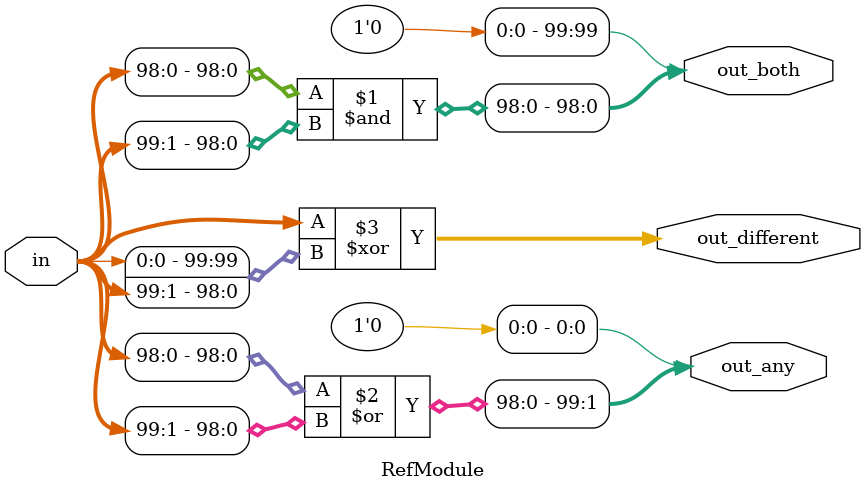
<source format=v>
module RefModule (
  input  [99:0] in,
  output [99:0] out_both,
  output [99:0] out_any,
  output [99:0] out_different
);

  assign out_both = { 1'b0, (in[98:0] & in[99:1]) };

  assign out_any = { (in[98:0] | in[99:1]), 1'b0 };

  assign out_different = in ^ { in[0], in[99:1] };

endmodule
</source>
